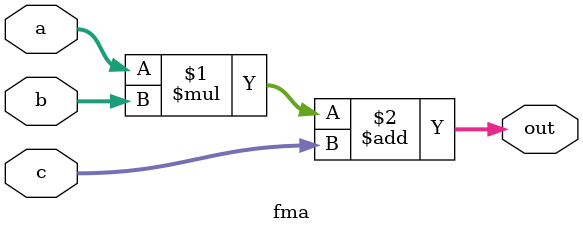
<source format=v>
`default_nettype none
/*
    FMA  = fused multiply accumulate. It multiples 2 inputs and adds a 3rd.
    In this simple demonstration, we use unsigned integer inputs.

    https://en.wikipedia.org/wiki/Multiply%E2%80%93accumulate_operation
*/
module fma #(
    parameter WIDTH = 4
    ) (
    input [WIDTH-1:0] a,
    input [WIDTH-1:0] b,
    input [WIDTH-1:0] c,
    output [2*WIDTH-1:0] out
    );

    // capture debugging info
    initial begin
        $dumpfile ("fma.vcd");
        $dumpvars (0, fma);
        #1;
    end

    // in one cycle
    assign out = a * b + c;

endmodule

</source>
